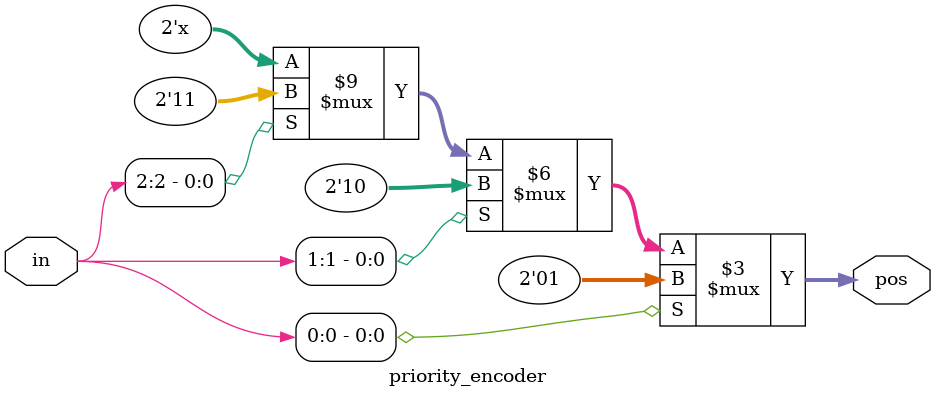
<source format=v>
module priority_encoder( 
input [2:0] in,
output reg [1:0] pos ); 
// When sel=1, assign b to out
always @(in or pos)
begin
	if(in[2]) pos=2'd3;	
	if(in[1]) pos=2'd2;
	if(in[0]) pos=2'd1;
end
endmodule

</source>
